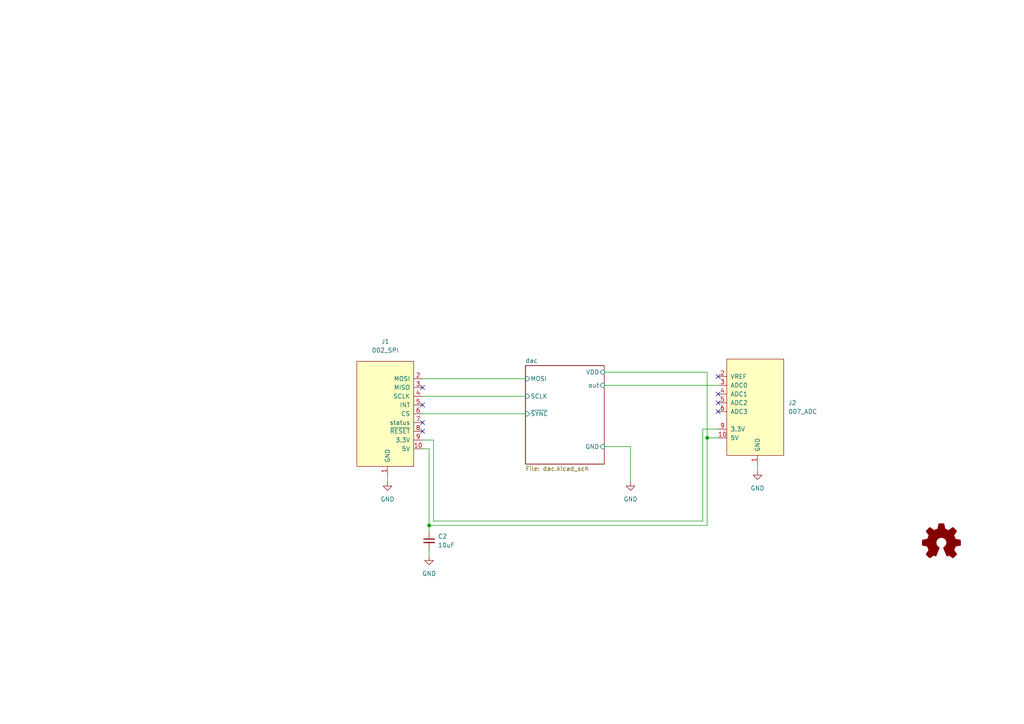
<source format=kicad_sch>
(kicad_sch (version 20211123) (generator eeschema)

  (uuid 57732dd3-1162-4c3f-88bd-31bf473d124d)

  (paper "A4")

  (lib_symbols
    (symbol "Device:C_Small" (pin_numbers hide) (pin_names (offset 0.254) hide) (in_bom yes) (on_board yes)
      (property "Reference" "C" (id 0) (at 0.254 1.778 0)
        (effects (font (size 1.27 1.27)) (justify left))
      )
      (property "Value" "C_Small" (id 1) (at 0.254 -2.032 0)
        (effects (font (size 1.27 1.27)) (justify left))
      )
      (property "Footprint" "" (id 2) (at 0 0 0)
        (effects (font (size 1.27 1.27)) hide)
      )
      (property "Datasheet" "~" (id 3) (at 0 0 0)
        (effects (font (size 1.27 1.27)) hide)
      )
      (property "ki_keywords" "capacitor cap" (id 4) (at 0 0 0)
        (effects (font (size 1.27 1.27)) hide)
      )
      (property "ki_description" "Unpolarized capacitor, small symbol" (id 5) (at 0 0 0)
        (effects (font (size 1.27 1.27)) hide)
      )
      (property "ki_fp_filters" "C_*" (id 6) (at 0 0 0)
        (effects (font (size 1.27 1.27)) hide)
      )
      (symbol "C_Small_0_1"
        (polyline
          (pts
            (xy -1.524 -0.508)
            (xy 1.524 -0.508)
          )
          (stroke (width 0.3302) (type default) (color 0 0 0 0))
          (fill (type none))
        )
        (polyline
          (pts
            (xy -1.524 0.508)
            (xy 1.524 0.508)
          )
          (stroke (width 0.3048) (type default) (color 0 0 0 0))
          (fill (type none))
        )
      )
      (symbol "C_Small_1_1"
        (pin passive line (at 0 2.54 270) (length 2.032)
          (name "~" (effects (font (size 1.27 1.27))))
          (number "1" (effects (font (size 1.27 1.27))))
        )
        (pin passive line (at 0 -2.54 90) (length 2.032)
          (name "~" (effects (font (size 1.27 1.27))))
          (number "2" (effects (font (size 1.27 1.27))))
        )
      )
    )
    (symbol "Graphic:Logo_Open_Hardware_Small" (pin_names (offset 1.016)) (in_bom yes) (on_board yes)
      (property "Reference" "#LOGO" (id 0) (at 0 6.985 0)
        (effects (font (size 1.27 1.27)) hide)
      )
      (property "Value" "Logo_Open_Hardware_Small" (id 1) (at 0 -5.715 0)
        (effects (font (size 1.27 1.27)) hide)
      )
      (property "Footprint" "" (id 2) (at 0 0 0)
        (effects (font (size 1.27 1.27)) hide)
      )
      (property "Datasheet" "~" (id 3) (at 0 0 0)
        (effects (font (size 1.27 1.27)) hide)
      )
      (property "ki_keywords" "Logo" (id 4) (at 0 0 0)
        (effects (font (size 1.27 1.27)) hide)
      )
      (property "ki_description" "Open Hardware logo, small" (id 5) (at 0 0 0)
        (effects (font (size 1.27 1.27)) hide)
      )
      (symbol "Logo_Open_Hardware_Small_0_1"
        (polyline
          (pts
            (xy 3.3528 -4.3434)
            (xy 3.302 -4.318)
            (xy 3.175 -4.2418)
            (xy 2.9972 -4.1148)
            (xy 2.7686 -3.9624)
            (xy 2.54 -3.81)
            (xy 2.3622 -3.7084)
            (xy 2.2352 -3.6068)
            (xy 2.1844 -3.5814)
            (xy 2.159 -3.6068)
            (xy 2.0574 -3.6576)
            (xy 1.905 -3.7338)
            (xy 1.8034 -3.7846)
            (xy 1.6764 -3.8354)
            (xy 1.6002 -3.8354)
            (xy 1.6002 -3.8354)
            (xy 1.5494 -3.7338)
            (xy 1.4732 -3.5306)
            (xy 1.3462 -3.302)
            (xy 1.2446 -3.0226)
            (xy 1.1176 -2.7178)
            (xy 0.9652 -2.413)
            (xy 0.8636 -2.1082)
            (xy 0.7366 -1.8288)
            (xy 0.6604 -1.6256)
            (xy 0.6096 -1.4732)
            (xy 0.5842 -1.397)
            (xy 0.5842 -1.397)
            (xy 0.6604 -1.3208)
            (xy 0.7874 -1.2446)
            (xy 1.0414 -1.016)
            (xy 1.2954 -0.6858)
            (xy 1.4478 -0.3302)
            (xy 1.524 0.0762)
            (xy 1.4732 0.4572)
            (xy 1.3208 0.8128)
            (xy 1.0668 1.143)
            (xy 0.762 1.3716)
            (xy 0.4064 1.524)
            (xy 0 1.5748)
            (xy -0.381 1.5494)
            (xy -0.7366 1.397)
            (xy -1.0668 1.143)
            (xy -1.2192 0.9906)
            (xy -1.397 0.6604)
            (xy -1.524 0.3048)
            (xy -1.524 0.2286)
            (xy -1.4986 -0.1778)
            (xy -1.397 -0.5334)
            (xy -1.1938 -0.8636)
            (xy -0.9144 -1.143)
            (xy -0.8636 -1.1684)
            (xy -0.7366 -1.27)
            (xy -0.635 -1.3462)
            (xy -0.5842 -1.397)
            (xy -1.0668 -2.5908)
            (xy -1.143 -2.794)
            (xy -1.2954 -3.1242)
            (xy -1.397 -3.4036)
            (xy -1.4986 -3.6322)
            (xy -1.5748 -3.7846)
            (xy -1.6002 -3.8354)
            (xy -1.6002 -3.8354)
            (xy -1.651 -3.8354)
            (xy -1.7272 -3.81)
            (xy -1.905 -3.7338)
            (xy -2.0066 -3.683)
            (xy -2.1336 -3.6068)
            (xy -2.2098 -3.5814)
            (xy -2.2606 -3.6068)
            (xy -2.3622 -3.683)
            (xy -2.54 -3.81)
            (xy -2.7686 -3.9624)
            (xy -2.9718 -4.0894)
            (xy -3.1496 -4.2164)
            (xy -3.302 -4.318)
            (xy -3.3528 -4.3434)
            (xy -3.3782 -4.3434)
            (xy -3.429 -4.318)
            (xy -3.5306 -4.2164)
            (xy -3.7084 -4.064)
            (xy -3.937 -3.8354)
            (xy -3.9624 -3.81)
            (xy -4.1656 -3.6068)
            (xy -4.318 -3.4544)
            (xy -4.4196 -3.3274)
            (xy -4.445 -3.2766)
            (xy -4.445 -3.2766)
            (xy -4.4196 -3.2258)
            (xy -4.318 -3.0734)
            (xy -4.2164 -2.8956)
            (xy -4.064 -2.667)
            (xy -3.6576 -2.0828)
            (xy -3.8862 -1.5494)
            (xy -3.937 -1.3716)
            (xy -4.0386 -1.1684)
            (xy -4.0894 -1.0414)
            (xy -4.1148 -0.9652)
            (xy -4.191 -0.9398)
            (xy -4.318 -0.9144)
            (xy -4.5466 -0.8636)
            (xy -4.8006 -0.8128)
            (xy -5.0546 -0.7874)
            (xy -5.2578 -0.7366)
            (xy -5.4356 -0.7112)
            (xy -5.5118 -0.6858)
            (xy -5.5118 -0.6858)
            (xy -5.5372 -0.635)
            (xy -5.5372 -0.5588)
            (xy -5.5372 -0.4318)
            (xy -5.5626 -0.2286)
            (xy -5.5626 0.0762)
            (xy -5.5626 0.127)
            (xy -5.5372 0.4064)
            (xy -5.5372 0.635)
            (xy -5.5372 0.762)
            (xy -5.5372 0.8382)
            (xy -5.5372 0.8382)
            (xy -5.461 0.8382)
            (xy -5.3086 0.889)
            (xy -5.08 0.9144)
            (xy -4.826 0.9652)
            (xy -4.8006 0.9906)
            (xy -4.5466 1.0414)
            (xy -4.318 1.0668)
            (xy -4.1656 1.1176)
            (xy -4.0894 1.143)
            (xy -4.0894 1.143)
            (xy -4.0386 1.2446)
            (xy -3.9624 1.4224)
            (xy -3.8608 1.6256)
            (xy -3.7846 1.8288)
            (xy -3.7084 2.0066)
            (xy -3.6576 2.159)
            (xy -3.6322 2.2098)
            (xy -3.6322 2.2098)
            (xy -3.683 2.286)
            (xy -3.7592 2.413)
            (xy -3.8862 2.5908)
            (xy -4.064 2.8194)
            (xy -4.064 2.8448)
            (xy -4.2164 3.0734)
            (xy -4.3434 3.2512)
            (xy -4.4196 3.3782)
            (xy -4.445 3.4544)
            (xy -4.445 3.4544)
            (xy -4.3942 3.5052)
            (xy -4.2926 3.6322)
            (xy -4.1148 3.81)
            (xy -3.937 4.0132)
            (xy -3.8608 4.064)
            (xy -3.6576 4.2926)
            (xy -3.5052 4.4196)
            (xy -3.4036 4.4958)
            (xy -3.3528 4.5212)
            (xy -3.3528 4.5212)
            (xy -3.302 4.4704)
            (xy -3.1496 4.3688)
            (xy -2.9718 4.2418)
            (xy -2.7432 4.0894)
            (xy -2.7178 4.0894)
            (xy -2.4892 3.937)
            (xy -2.3114 3.81)
            (xy -2.1844 3.7084)
            (xy -2.1336 3.683)
            (xy -2.1082 3.683)
            (xy -2.032 3.7084)
            (xy -1.8542 3.7592)
            (xy -1.6764 3.8354)
            (xy -1.4732 3.937)
            (xy -1.27 4.0132)
            (xy -1.143 4.064)
            (xy -1.0668 4.1148)
            (xy -1.0668 4.1148)
            (xy -1.0414 4.191)
            (xy -1.016 4.3434)
            (xy -0.9652 4.572)
            (xy -0.9144 4.8514)
            (xy -0.889 4.9022)
            (xy -0.8382 5.1562)
            (xy -0.8128 5.3848)
            (xy -0.7874 5.5372)
            (xy -0.762 5.588)
            (xy -0.7112 5.6134)
            (xy -0.5842 5.6134)
            (xy -0.4064 5.6134)
            (xy -0.1524 5.6134)
            (xy 0.0762 5.6134)
            (xy 0.3302 5.6134)
            (xy 0.5334 5.6134)
            (xy 0.6858 5.588)
            (xy 0.7366 5.588)
            (xy 0.7366 5.588)
            (xy 0.762 5.5118)
            (xy 0.8128 5.334)
            (xy 0.8382 5.1054)
            (xy 0.9144 4.826)
            (xy 0.9144 4.7752)
            (xy 0.9652 4.5212)
            (xy 1.016 4.2926)
            (xy 1.0414 4.1402)
            (xy 1.0668 4.0894)
            (xy 1.0668 4.0894)
            (xy 1.1938 4.0386)
            (xy 1.3716 3.9624)
            (xy 1.5748 3.8608)
            (xy 2.0828 3.6576)
            (xy 2.7178 4.0894)
            (xy 2.7686 4.1402)
            (xy 2.9972 4.2926)
            (xy 3.175 4.4196)
            (xy 3.302 4.4958)
            (xy 3.3782 4.5212)
            (xy 3.3782 4.5212)
            (xy 3.429 4.4704)
            (xy 3.556 4.3434)
            (xy 3.7338 4.191)
            (xy 3.9116 3.9878)
            (xy 4.064 3.8354)
            (xy 4.2418 3.6576)
            (xy 4.3434 3.556)
            (xy 4.4196 3.4798)
            (xy 4.4196 3.429)
            (xy 4.4196 3.4036)
            (xy 4.3942 3.3274)
            (xy 4.2926 3.2004)
            (xy 4.1656 2.9972)
            (xy 4.0132 2.794)
            (xy 3.8862 2.5908)
            (xy 3.7592 2.3876)
            (xy 3.6576 2.2352)
            (xy 3.6322 2.159)
            (xy 3.6322 2.1336)
            (xy 3.683 2.0066)
            (xy 3.7592 1.8288)
            (xy 3.8608 1.6002)
            (xy 4.064 1.1176)
            (xy 4.3942 1.0414)
            (xy 4.5974 1.016)
            (xy 4.8768 0.9652)
            (xy 5.1308 0.9144)
            (xy 5.5372 0.8382)
            (xy 5.5626 -0.6604)
            (xy 5.4864 -0.6858)
            (xy 5.4356 -0.6858)
            (xy 5.2832 -0.7366)
            (xy 5.0546 -0.762)
            (xy 4.8006 -0.8128)
            (xy 4.5974 -0.8636)
            (xy 4.3688 -0.9144)
            (xy 4.2164 -0.9398)
            (xy 4.1402 -0.9398)
            (xy 4.1148 -0.9652)
            (xy 4.064 -1.0668)
            (xy 3.9878 -1.2446)
            (xy 3.9116 -1.4478)
            (xy 3.81 -1.651)
            (xy 3.7338 -1.8542)
            (xy 3.683 -2.0066)
            (xy 3.6576 -2.0828)
            (xy 3.683 -2.1336)
            (xy 3.7846 -2.2606)
            (xy 3.8862 -2.4638)
            (xy 4.0386 -2.667)
            (xy 4.191 -2.8956)
            (xy 4.318 -3.0734)
            (xy 4.3942 -3.2004)
            (xy 4.445 -3.2766)
            (xy 4.4196 -3.3274)
            (xy 4.3434 -3.429)
            (xy 4.1656 -3.5814)
            (xy 3.937 -3.8354)
            (xy 3.8862 -3.8608)
            (xy 3.683 -4.064)
            (xy 3.5306 -4.2164)
            (xy 3.4036 -4.318)
            (xy 3.3528 -4.3434)
          )
          (stroke (width 0) (type default) (color 0 0 0 0))
          (fill (type outline))
        )
      )
    )
    (symbol "power:GND" (power) (pin_names (offset 0)) (in_bom yes) (on_board yes)
      (property "Reference" "#PWR" (id 0) (at 0 -6.35 0)
        (effects (font (size 1.27 1.27)) hide)
      )
      (property "Value" "GND" (id 1) (at 0 -3.81 0)
        (effects (font (size 1.27 1.27)))
      )
      (property "Footprint" "" (id 2) (at 0 0 0)
        (effects (font (size 1.27 1.27)) hide)
      )
      (property "Datasheet" "" (id 3) (at 0 0 0)
        (effects (font (size 1.27 1.27)) hide)
      )
      (property "ki_keywords" "power-flag" (id 4) (at 0 0 0)
        (effects (font (size 1.27 1.27)) hide)
      )
      (property "ki_description" "Power symbol creates a global label with name \"GND\" , ground" (id 5) (at 0 0 0)
        (effects (font (size 1.27 1.27)) hide)
      )
      (symbol "GND_0_1"
        (polyline
          (pts
            (xy 0 0)
            (xy 0 -1.27)
            (xy 1.27 -1.27)
            (xy 0 -2.54)
            (xy -1.27 -1.27)
            (xy 0 -1.27)
          )
          (stroke (width 0) (type default) (color 0 0 0 0))
          (fill (type none))
        )
      )
      (symbol "GND_1_1"
        (pin power_in line (at 0 0 270) (length 0) hide
          (name "GND" (effects (font (size 1.27 1.27))))
          (number "1" (effects (font (size 1.27 1.27))))
        )
      )
    )
    (symbol "put_on_edge:002_SPI" (pin_names (offset 1.016)) (in_bom yes) (on_board yes)
      (property "Reference" "J" (id 0) (at -1.27 13.97 0)
        (effects (font (size 1.27 1.27)))
      )
      (property "Value" "002_SPI" (id 1) (at 10.16 13.97 0)
        (effects (font (size 1.27 1.27)))
      )
      (property "Footprint" "" (id 2) (at 8.89 16.51 0)
        (effects (font (size 1.27 1.27)) hide)
      )
      (property "Datasheet" "" (id 3) (at 8.89 16.51 0)
        (effects (font (size 1.27 1.27)) hide)
      )
      (symbol "002_SPI_0_1"
        (rectangle (start -7.62 12.7) (end 8.89 -17.78)
          (stroke (width 0) (type default) (color 0 0 0 0))
          (fill (type background))
        )
      )
      (symbol "002_SPI_1_1"
        (pin power_in line (at 0 -20.32 90) (length 2.54)
          (name "GND" (effects (font (size 1.27 1.27))))
          (number "1" (effects (font (size 1.27 1.27))))
        )
        (pin power_in line (at -10.16 -12.7 0) (length 2.54)
          (name "5V" (effects (font (size 1.27 1.27))))
          (number "10" (effects (font (size 1.27 1.27))))
        )
        (pin bidirectional line (at -10.16 7.62 0) (length 2.54)
          (name "MOSI" (effects (font (size 1.27 1.27))))
          (number "2" (effects (font (size 1.27 1.27))))
        )
        (pin bidirectional line (at -10.16 5.08 0) (length 2.54)
          (name "MISO" (effects (font (size 1.27 1.27))))
          (number "3" (effects (font (size 1.27 1.27))))
        )
        (pin bidirectional line (at -10.16 2.54 0) (length 2.54)
          (name "SCLK" (effects (font (size 1.27 1.27))))
          (number "4" (effects (font (size 1.27 1.27))))
        )
        (pin bidirectional line (at -10.16 0 0) (length 2.54)
          (name "INT" (effects (font (size 1.27 1.27))))
          (number "5" (effects (font (size 1.27 1.27))))
        )
        (pin bidirectional line (at -10.16 -2.54 0) (length 2.54)
          (name "CS" (effects (font (size 1.27 1.27))))
          (number "6" (effects (font (size 1.27 1.27))))
        )
        (pin bidirectional line (at -10.16 -5.08 0) (length 2.54)
          (name "status" (effects (font (size 1.27 1.27))))
          (number "7" (effects (font (size 1.27 1.27))))
        )
        (pin bidirectional line (at -10.16 -7.62 0) (length 2.54)
          (name "~{RESET}" (effects (font (size 1.27 1.27))))
          (number "8" (effects (font (size 1.27 1.27))))
        )
        (pin power_in line (at -10.16 -10.16 0) (length 2.54)
          (name "3.3V" (effects (font (size 1.27 1.27))))
          (number "9" (effects (font (size 1.27 1.27))))
        )
      )
    )
    (symbol "put_on_edge:007_ADC" (pin_names (offset 1.016)) (in_bom yes) (on_board yes)
      (property "Reference" "J" (id 0) (at -2.54 13.97 0)
        (effects (font (size 1.27 1.27)))
      )
      (property "Value" "007_ADC" (id 1) (at 8.89 13.97 0)
        (effects (font (size 1.27 1.27)))
      )
      (property "Footprint" "" (id 2) (at 7.62 16.51 0)
        (effects (font (size 1.27 1.27)) hide)
      )
      (property "Datasheet" "" (id 3) (at 7.62 16.51 0)
        (effects (font (size 1.27 1.27)) hide)
      )
      (symbol "007_ADC_0_1"
        (rectangle (start -8.89 12.7) (end 7.62 -15.24)
          (stroke (width 0) (type default) (color 0 0 0 0))
          (fill (type background))
        )
      )
      (symbol "007_ADC_1_1"
        (pin power_in line (at 0 -17.78 90) (length 2.54)
          (name "GND" (effects (font (size 1.27 1.27))))
          (number "1" (effects (font (size 1.27 1.27))))
        )
        (pin bidirectional line (at -11.43 -10.16 0) (length 2.54)
          (name "5V" (effects (font (size 1.27 1.27))))
          (number "10" (effects (font (size 1.27 1.27))))
        )
        (pin bidirectional line (at -11.43 7.62 0) (length 2.54)
          (name "VREF" (effects (font (size 1.27 1.27))))
          (number "2" (effects (font (size 1.27 1.27))))
        )
        (pin power_in line (at -11.43 5.08 0) (length 2.54)
          (name "ADC0" (effects (font (size 1.27 1.27))))
          (number "3" (effects (font (size 1.27 1.27))))
        )
        (pin bidirectional line (at -11.43 2.54 0) (length 2.54)
          (name "ADC1" (effects (font (size 1.27 1.27))))
          (number "4" (effects (font (size 1.27 1.27))))
        )
        (pin bidirectional line (at -11.43 0 0) (length 2.54)
          (name "ADC2" (effects (font (size 1.27 1.27))))
          (number "5" (effects (font (size 1.27 1.27))))
        )
        (pin bidirectional line (at -11.43 -2.54 0) (length 2.54)
          (name "ADC3" (effects (font (size 1.27 1.27))))
          (number "6" (effects (font (size 1.27 1.27))))
        )
        (pin bidirectional line (at -11.43 -7.62 0) (length 2.54)
          (name "3.3V" (effects (font (size 1.27 1.27))))
          (number "9" (effects (font (size 1.27 1.27))))
        )
      )
    )
  )

  (junction (at 205.105 127) (diameter 0) (color 0 0 0 0)
    (uuid 1d5c6406-d6c1-446a-aa97-45fe4b810bff)
  )
  (junction (at 124.46 152.4) (diameter 0) (color 0 0 0 0)
    (uuid 2ff44d01-3eec-43df-9d3f-fc143d775aff)
  )

  (no_connect (at 122.555 117.475) (uuid 980b26f4-e099-4c4c-9867-76bf0a333e27))
  (no_connect (at 122.555 125.095) (uuid 980b26f4-e099-4c4c-9867-76bf0a333e27))
  (no_connect (at 122.555 112.395) (uuid 980b26f4-e099-4c4c-9867-76bf0a333e27))
  (no_connect (at 122.555 122.555) (uuid 980b26f4-e099-4c4c-9867-76bf0a333e27))
  (no_connect (at 208.28 109.22) (uuid a4f9ab4a-5bb6-4473-872b-42929a551789))
  (no_connect (at 208.28 119.38) (uuid a4f9ab4a-5bb6-4473-872b-42929a551789))
  (no_connect (at 208.28 116.84) (uuid a4f9ab4a-5bb6-4473-872b-42929a551789))
  (no_connect (at 208.28 114.3) (uuid a4f9ab4a-5bb6-4473-872b-42929a551789))

  (wire (pts (xy 124.46 130.175) (xy 124.46 152.4))
    (stroke (width 0) (type default) (color 0 0 0 0))
    (uuid 1c50de06-ee25-43d4-bf02-e671c8e6fc78)
  )
  (wire (pts (xy 205.105 127) (xy 208.28 127))
    (stroke (width 0) (type default) (color 0 0 0 0))
    (uuid 26ffd415-dcb3-41d7-84ec-f2012bec0c93)
  )
  (wire (pts (xy 205.105 127) (xy 205.105 107.95))
    (stroke (width 0) (type default) (color 0 0 0 0))
    (uuid 27b21715-df97-4de8-8415-318e163e64f3)
  )
  (wire (pts (xy 175.26 111.76) (xy 208.28 111.76))
    (stroke (width 0) (type default) (color 0 0 0 0))
    (uuid 2cfe4a76-cc0c-4d85-89a2-d3b2be1a3938)
  )
  (wire (pts (xy 124.46 159.385) (xy 124.46 161.29))
    (stroke (width 0) (type default) (color 0 0 0 0))
    (uuid 41285474-7054-4140-993c-cff3707982f4)
  )
  (wire (pts (xy 122.555 130.175) (xy 124.46 130.175))
    (stroke (width 0) (type default) (color 0 0 0 0))
    (uuid 4273d446-fe5a-4273-b285-bb20d2424035)
  )
  (wire (pts (xy 205.105 152.4) (xy 205.105 127))
    (stroke (width 0) (type default) (color 0 0 0 0))
    (uuid 52a1f2c3-cc90-4721-817a-bc8b809b74dc)
  )
  (wire (pts (xy 182.88 129.54) (xy 182.88 139.7))
    (stroke (width 0) (type default) (color 0 0 0 0))
    (uuid 5a1fc14d-1d6f-444c-82b2-77ce3f0eeb3f)
  )
  (wire (pts (xy 219.71 134.62) (xy 219.71 136.525))
    (stroke (width 0) (type default) (color 0 0 0 0))
    (uuid 82b095cc-2049-452d-a451-f10374b6934f)
  )
  (wire (pts (xy 122.555 109.855) (xy 152.4 109.855))
    (stroke (width 0) (type default) (color 0 0 0 0))
    (uuid 86d4d046-2be7-40dd-853a-30fef067056a)
  )
  (wire (pts (xy 125.73 127.635) (xy 122.555 127.635))
    (stroke (width 0) (type default) (color 0 0 0 0))
    (uuid 88055085-c1ef-4f81-b73a-be341d0d183d)
  )
  (wire (pts (xy 122.555 114.935) (xy 152.4 114.935))
    (stroke (width 0) (type default) (color 0 0 0 0))
    (uuid a914447d-4d44-4fd7-a868-178fb8874b40)
  )
  (wire (pts (xy 124.46 152.4) (xy 124.46 154.305))
    (stroke (width 0) (type default) (color 0 0 0 0))
    (uuid b0930095-cc70-4d59-abd4-c3e8f51e8e9a)
  )
  (wire (pts (xy 175.26 129.54) (xy 182.88 129.54))
    (stroke (width 0) (type default) (color 0 0 0 0))
    (uuid b5f50e6e-6728-4454-96f5-44e0bc388ce5)
  )
  (wire (pts (xy 112.395 137.795) (xy 112.395 139.7))
    (stroke (width 0) (type default) (color 0 0 0 0))
    (uuid be5b7c7b-e077-491b-b1d0-0ba6ec3e520b)
  )
  (wire (pts (xy 125.73 151.13) (xy 125.73 127.635))
    (stroke (width 0) (type default) (color 0 0 0 0))
    (uuid c150a12c-f4a0-4c22-8e3a-c7b637774e9f)
  )
  (wire (pts (xy 205.105 107.95) (xy 175.26 107.95))
    (stroke (width 0) (type default) (color 0 0 0 0))
    (uuid c8cfd1be-44cc-46d4-9770-b927bbce0587)
  )
  (wire (pts (xy 203.835 151.13) (xy 125.73 151.13))
    (stroke (width 0) (type default) (color 0 0 0 0))
    (uuid ca77aed7-42b7-430c-8cb4-9bf48e62a88a)
  )
  (wire (pts (xy 124.46 152.4) (xy 205.105 152.4))
    (stroke (width 0) (type default) (color 0 0 0 0))
    (uuid d657192b-1975-4922-9fba-a5365fb93dc0)
  )
  (wire (pts (xy 208.28 124.46) (xy 203.835 124.46))
    (stroke (width 0) (type default) (color 0 0 0 0))
    (uuid dc6efda7-d48b-4c9f-93e6-570abd84f78f)
  )
  (wire (pts (xy 122.555 120.015) (xy 152.4 120.015))
    (stroke (width 0) (type default) (color 0 0 0 0))
    (uuid e6861c15-2e7e-4c0d-a076-c95b5484ec67)
  )
  (wire (pts (xy 203.835 124.46) (xy 203.835 151.13))
    (stroke (width 0) (type default) (color 0 0 0 0))
    (uuid ee1b3677-5faf-4bbf-a395-1e3249c3d85d)
  )

  (symbol (lib_id "power:GND") (at 219.71 136.525 0) (unit 1)
    (in_bom yes) (on_board yes) (fields_autoplaced)
    (uuid 2a8da66e-8ec0-4bc8-bb33-6b0c6df2fc1a)
    (property "Reference" "#PWR0101" (id 0) (at 219.71 142.875 0)
      (effects (font (size 1.27 1.27)) hide)
    )
    (property "Value" "GND" (id 1) (at 219.71 141.605 0))
    (property "Footprint" "" (id 2) (at 219.71 136.525 0)
      (effects (font (size 1.27 1.27)) hide)
    )
    (property "Datasheet" "" (id 3) (at 219.71 136.525 0)
      (effects (font (size 1.27 1.27)) hide)
    )
    (pin "1" (uuid 4f256907-886c-4bdf-8bef-c5378c581b4e))
  )

  (symbol (lib_id "put_on_edge:007_ADC") (at 219.71 116.84 0) (unit 1)
    (in_bom yes) (on_board yes) (fields_autoplaced)
    (uuid 2ae89337-a30c-4329-95fe-5980b50086ba)
    (property "Reference" "J2" (id 0) (at 228.6 116.8399 0)
      (effects (font (size 1.27 1.27)) (justify left))
    )
    (property "Value" "007_ADC" (id 1) (at 228.6 119.3799 0)
      (effects (font (size 1.27 1.27)) (justify left))
    )
    (property "Footprint" "on_edge:on_edge_2x05_host" (id 2) (at 227.33 100.33 0)
      (effects (font (size 1.27 1.27)) hide)
    )
    (property "Datasheet" "" (id 3) (at 227.33 100.33 0)
      (effects (font (size 1.27 1.27)) hide)
    )
    (pin "1" (uuid 131bc83c-ac30-43af-83cb-33ac804b4e0b))
    (pin "10" (uuid 73d21bbe-2766-4e16-96e1-7f11963db1bd))
    (pin "2" (uuid 9d3095fa-d5b2-4864-9fc9-150b7f9d1c48))
    (pin "3" (uuid e57be0ba-5014-4184-ac1e-444f14d477b5))
    (pin "4" (uuid 21bfdc1a-edc5-47b0-8e81-bbf248588ae4))
    (pin "5" (uuid 1641d10a-c1fa-4b58-9c5a-45bbe6e246df))
    (pin "6" (uuid 8a14ae01-6802-4807-b346-290891dadc6c))
    (pin "9" (uuid e4a945a6-b248-475b-b0e9-1a3c4ff6528e))
  )

  (symbol (lib_id "power:GND") (at 112.395 139.7 0) (unit 1)
    (in_bom yes) (on_board yes) (fields_autoplaced)
    (uuid 914f16de-61fe-4533-a59a-05ba18d33b1b)
    (property "Reference" "#PWR0102" (id 0) (at 112.395 146.05 0)
      (effects (font (size 1.27 1.27)) hide)
    )
    (property "Value" "GND" (id 1) (at 112.395 144.78 0))
    (property "Footprint" "" (id 2) (at 112.395 139.7 0)
      (effects (font (size 1.27 1.27)) hide)
    )
    (property "Datasheet" "" (id 3) (at 112.395 139.7 0)
      (effects (font (size 1.27 1.27)) hide)
    )
    (pin "1" (uuid 5f154a5b-3299-4719-a09f-5e025e8658b8))
  )

  (symbol (lib_id "power:GND") (at 182.88 139.7 0) (unit 1)
    (in_bom yes) (on_board yes) (fields_autoplaced)
    (uuid 971afa99-5d33-4a72-a8e1-edd3c45138ed)
    (property "Reference" "#PWR0103" (id 0) (at 182.88 146.05 0)
      (effects (font (size 1.27 1.27)) hide)
    )
    (property "Value" "GND" (id 1) (at 182.88 144.78 0))
    (property "Footprint" "" (id 2) (at 182.88 139.7 0)
      (effects (font (size 1.27 1.27)) hide)
    )
    (property "Datasheet" "" (id 3) (at 182.88 139.7 0)
      (effects (font (size 1.27 1.27)) hide)
    )
    (pin "1" (uuid 0e12e353-ffd6-4e27-8957-653e209f57b0))
  )

  (symbol (lib_id "Graphic:Logo_Open_Hardware_Small") (at 273.05 157.48 0) (unit 1)
    (in_bom yes) (on_board yes) (fields_autoplaced)
    (uuid b72b6f4a-7489-40f2-bb90-d75ae01aa368)
    (property "Reference" "LOGO1" (id 0) (at 273.05 150.495 0)
      (effects (font (size 1.27 1.27)) hide)
    )
    (property "Value" "Logo_Open_Hardware_Small" (id 1) (at 273.05 163.195 0)
      (effects (font (size 1.27 1.27)) hide)
    )
    (property "Footprint" "Symbol:OSHW-Symbol_6.7x6mm_SilkScreen" (id 2) (at 273.05 157.48 0)
      (effects (font (size 1.27 1.27)) hide)
    )
    (property "Datasheet" "~" (id 3) (at 273.05 157.48 0)
      (effects (font (size 1.27 1.27)) hide)
    )
  )

  (symbol (lib_id "put_on_edge:002_SPI") (at 112.395 117.475 0) (mirror y) (unit 1)
    (in_bom yes) (on_board yes) (fields_autoplaced)
    (uuid ca517d96-42e1-4ad3-b735-33596e0ad200)
    (property "Reference" "J1" (id 0) (at 111.76 99.06 0))
    (property "Value" "002_SPI" (id 1) (at 111.76 101.6 0))
    (property "Footprint" "on_edge:on_edge_2x05_device" (id 2) (at 103.505 100.965 0)
      (effects (font (size 1.27 1.27)) hide)
    )
    (property "Datasheet" "" (id 3) (at 103.505 100.965 0)
      (effects (font (size 1.27 1.27)) hide)
    )
    (pin "1" (uuid 2aea1b88-b7b1-4589-8f44-3097ac2ca764))
    (pin "10" (uuid 26a3790f-a70d-419c-ba4d-16c638557e6d))
    (pin "2" (uuid e5493a65-7c2b-485f-93eb-9625bc0199a8))
    (pin "3" (uuid efcc6ecd-f5bc-4d12-acc7-4389a4830d43))
    (pin "4" (uuid f9e5a217-1119-428f-ad91-92faba705e6d))
    (pin "5" (uuid c039541c-268e-494e-a7a6-9a73ba5b30ab))
    (pin "6" (uuid c485f9f4-d700-4f32-a464-3d17e6dbf286))
    (pin "7" (uuid e8d2552c-19cd-42f6-a105-3cf8bfedb02a))
    (pin "8" (uuid f0110333-8694-484c-96b9-ab7347ac9936))
    (pin "9" (uuid ae996969-366d-41db-8daa-6af11534774e))
  )

  (symbol (lib_id "Device:C_Small") (at 124.46 156.845 0) (unit 1)
    (in_bom yes) (on_board yes) (fields_autoplaced)
    (uuid d6649d7f-424c-4381-9b14-51eff0065c70)
    (property "Reference" "C2" (id 0) (at 127 155.5812 0)
      (effects (font (size 1.27 1.27)) (justify left))
    )
    (property "Value" "10uF" (id 1) (at 127 158.1212 0)
      (effects (font (size 1.27 1.27)) (justify left))
    )
    (property "Footprint" "Capacitor_SMD:C_0603_1608Metric" (id 2) (at 124.46 156.845 0)
      (effects (font (size 1.27 1.27)) hide)
    )
    (property "Datasheet" "~" (id 3) (at 124.46 156.845 0)
      (effects (font (size 1.27 1.27)) hide)
    )
    (pin "1" (uuid 75adb209-5d50-4208-a360-6faa51bd46e4))
    (pin "2" (uuid 7604a141-76eb-443c-b8f0-0e6796cc27eb))
  )

  (symbol (lib_id "power:GND") (at 124.46 161.29 0) (unit 1)
    (in_bom yes) (on_board yes) (fields_autoplaced)
    (uuid d73d71e0-5371-4b5b-a2c9-773807a01072)
    (property "Reference" "#PWR0104" (id 0) (at 124.46 167.64 0)
      (effects (font (size 1.27 1.27)) hide)
    )
    (property "Value" "GND" (id 1) (at 124.46 166.37 0))
    (property "Footprint" "" (id 2) (at 124.46 161.29 0)
      (effects (font (size 1.27 1.27)) hide)
    )
    (property "Datasheet" "" (id 3) (at 124.46 161.29 0)
      (effects (font (size 1.27 1.27)) hide)
    )
    (pin "1" (uuid a81baafc-55e9-42ec-83ba-cade1af3e391))
  )

  (sheet (at 152.4 106.045) (size 22.86 28.575) (fields_autoplaced)
    (stroke (width 0.1524) (type solid) (color 0 0 0 0))
    (fill (color 0 0 0 0.0000))
    (uuid 767ce4c6-0e55-4543-92f0-34cb8237a544)
    (property "Sheet name" "dac" (id 0) (at 152.4 105.3334 0)
      (effects (font (size 1.27 1.27)) (justify left bottom))
    )
    (property "Sheet file" "dac.kicad_sch" (id 1) (at 152.4 135.2046 0)
      (effects (font (size 1.27 1.27)) (justify left top))
    )
    (pin "GND" input (at 175.26 129.54 0)
      (effects (font (size 1.27 1.27)) (justify right))
      (uuid 466cf29f-04d2-4303-aa26-8ec28548d2f2)
    )
    (pin "out" input (at 175.26 111.76 0)
      (effects (font (size 1.27 1.27)) (justify right))
      (uuid 0734e664-48be-412e-a91e-34df7e024d27)
    )
    (pin "VDD" input (at 175.26 107.95 0)
      (effects (font (size 1.27 1.27)) (justify right))
      (uuid 1b8d576a-6592-43a0-aaa2-6733acf695ae)
    )
    (pin "SCLK" input (at 152.4 114.935 180)
      (effects (font (size 1.27 1.27)) (justify left))
      (uuid cf3f70fd-21df-4346-b89f-54a420ac37f8)
    )
    (pin "MOSI" input (at 152.4 109.855 180)
      (effects (font (size 1.27 1.27)) (justify left))
      (uuid 6aa51834-710d-4ee3-8080-0a248b09924d)
    )
    (pin "~{SYNC}" input (at 152.4 120.015 180)
      (effects (font (size 1.27 1.27)) (justify left))
      (uuid a4452738-8f71-4192-8b66-744f6e544aab)
    )
  )

  (sheet_instances
    (path "/" (page "1"))
    (path "/767ce4c6-0e55-4543-92f0-34cb8237a544" (page "2"))
  )

  (symbol_instances
    (path "/2a8da66e-8ec0-4bc8-bb33-6b0c6df2fc1a"
      (reference "#PWR0101") (unit 1) (value "GND") (footprint "")
    )
    (path "/914f16de-61fe-4533-a59a-05ba18d33b1b"
      (reference "#PWR0102") (unit 1) (value "GND") (footprint "")
    )
    (path "/971afa99-5d33-4a72-a8e1-edd3c45138ed"
      (reference "#PWR0103") (unit 1) (value "GND") (footprint "")
    )
    (path "/d73d71e0-5371-4b5b-a2c9-773807a01072"
      (reference "#PWR0104") (unit 1) (value "GND") (footprint "")
    )
    (path "/767ce4c6-0e55-4543-92f0-34cb8237a544/6626e97e-4a31-4a19-9352-468e5a947034"
      (reference "C1") (unit 1) (value "1uF") (footprint "Capacitor_SMD:C_0603_1608Metric")
    )
    (path "/d6649d7f-424c-4381-9b14-51eff0065c70"
      (reference "C2") (unit 1) (value "10uF") (footprint "Capacitor_SMD:C_0603_1608Metric")
    )
    (path "/ca517d96-42e1-4ad3-b735-33596e0ad200"
      (reference "J1") (unit 1) (value "002_SPI") (footprint "on_edge:on_edge_2x05_device")
    )
    (path "/2ae89337-a30c-4329-95fe-5980b50086ba"
      (reference "J2") (unit 1) (value "007_ADC") (footprint "on_edge:on_edge_2x05_host")
    )
    (path "/b72b6f4a-7489-40f2-bb90-d75ae01aa368"
      (reference "LOGO1") (unit 1) (value "Logo_Open_Hardware_Small") (footprint "Symbol:OSHW-Symbol_6.7x6mm_SilkScreen")
    )
    (path "/767ce4c6-0e55-4543-92f0-34cb8237a544/89b7068c-7f62-40ce-8f8e-f178c71dd714"
      (reference "U1") (unit 1) (value "DAC121S101") (footprint "Package_TO_SOT_SMD:SOT-23-6")
    )
  )
)

</source>
